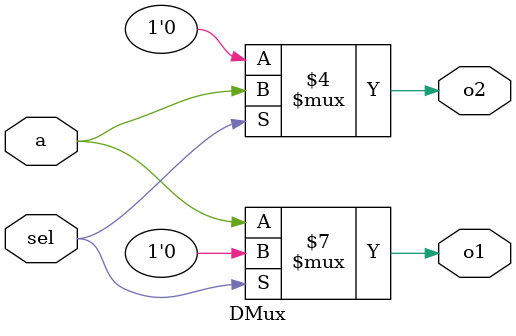
<source format=v>
module DMux (
    input wire a, sel,
    output reg o1, o2
);

always @(*) begin
    if (sel == 0) begin
        o1 = a;
        o2 = 0;
    end else begin
        o1 = 0;
        o2 = a;
    end
end
    
endmodule
</source>
